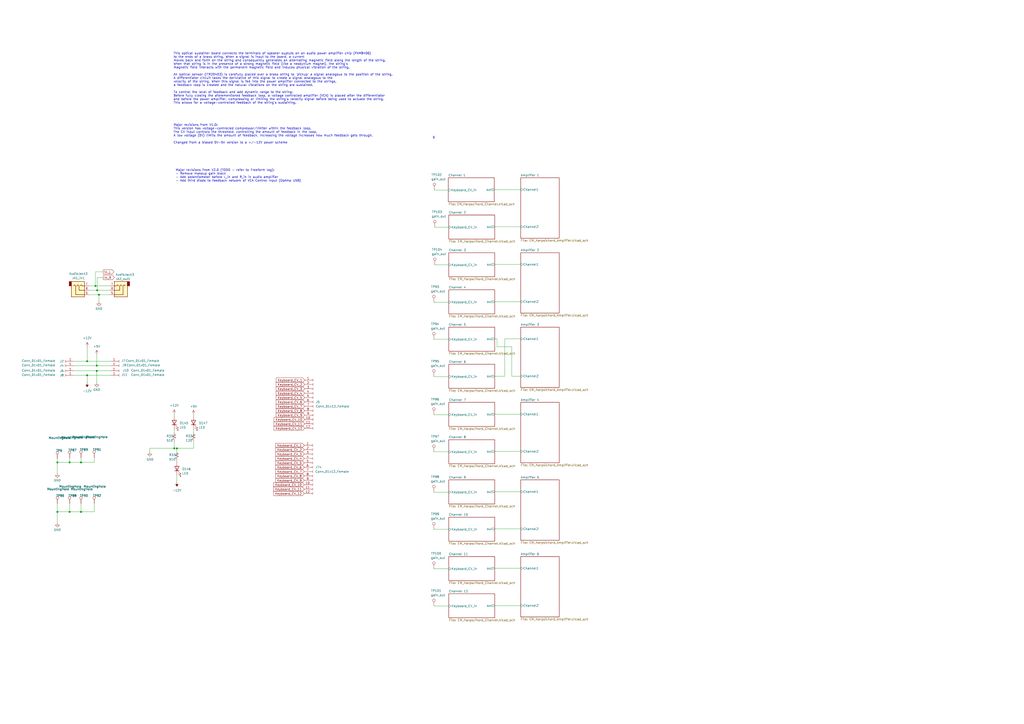
<source format=kicad_sch>
(kicad_sch (version 20250114) (generator "eeschema") (generator_version "9.0")
  (paper "A2")
  (title_block (title "EM Harpsichord Sustainer + Playback Board") (date "Sep 21, 2023") (rev "V1"))
  (lib_symbols
    (symbol "1A_Favorites:R_Standard_Thru" (pin_numbers (hide yes)) (pin_names (offset 0.254) (hide yes))
      (property "Reference" "R" (at 0.762 0.508 0))
      (property "Value" "R_Standard_Thru" (at 0.762 -1.016 0))
      (symbol "R_Standard_Thru_1_1"
        (polyline (pts (xy 0 1.524) (xy 1.016 1.143) (xy 0 0.762) (xy -1.016 0.381) (xy 0 0)))
        (polyline (pts (xy 0 0) (xy 1.016 -0.381) (xy 0 -0.762) (xy -1.016 -1.143) (xy 0 -1.524)))
        (pin passive line (at 0 2.54 270) (length 1.016) (name "~") (number "1"))
        (pin passive line (at 0 -2.54 90) (length 1.016) (name "~") (number "2"))
      )
    )
    (symbol "Connector:AudioJack3"
      (property "Reference" "J" (at 0 8.89 0))
      (property "Value" "AudioJack3" (at 0 6.35 0))
      (symbol "AudioJack3_0_1"
        (rectangle (start -5.08 -5.08) (end -6.35 -2.54) (stroke (width 0.254)) (fill (type outline)))
        (polyline (pts (xy -1.905 -2.54) (xy -1.27 -3.175) (xy -0.635 -2.54) (xy -0.635 0) (xy 2.54 0)) (stroke (width 0.254)))
        (polyline (pts (xy 0 -2.54) (xy 0.635 -3.175) (xy 1.27 -2.54) (xy 2.54 -2.54)) (stroke (width 0.254)))
        (rectangle (start 2.54 3.81) (end -5.08 -5.08) (stroke (width 0.254)) (fill (type background)))
        (polyline (pts (xy 2.54 2.54) (xy -2.54 2.54) (xy -2.54 -2.54) (xy -3.175 -3.175) (xy -3.81 -2.54)) (stroke (width 0.254)))
      )
      (symbol "AudioJack3_1_1"
        (pin passive line (at 5.08 2.54 180) (length 2.54) (name "~") (number "S"))
        (pin passive line (at 5.08 0 180) (length 2.54) (name "~") (number "R"))
        (pin passive line (at 5.08 -2.54 180) (length 2.54) (name "~") (number "T"))
      )
    )
    (symbol "Connector:Conn_01x01_Female" (pin_names (offset 1.016) (hide yes))
      (property "Reference" "J" (at 0 2.54 0))
      (property "Value" "Conn_01x01_Female" (at 0 -2.54 0))
      (symbol "Conn_01x01_Female_1_1"
        (polyline (pts (xy -1.27 0) (xy -0.508 0)) (stroke (width 0.1524)))
        (arc (start 0 -0.508) (mid -0.5058 0) (end 0 0.508) (stroke (width 0.1524)))
        (pin passive line (at -5.08 0 0) (length 3.81) (name "Pin_1") (number "1"))
      )
    )
    (symbol "Connector:Conn_01x12_Female" (pin_names (offset 1.016) (hide yes))
      (property "Reference" "J" (at 0 15.24 0))
      (property "Value" "Conn_01x12_Female" (at 0 -17.78 0))
      (symbol "Conn_01x12_Female_1_1"
        (polyline (pts (xy -1.27 12.7) (xy -0.508 12.7)) (stroke (width 0.1524)))
        (polyline (pts (xy -1.27 10.16) (xy -0.508 10.16)) (stroke (width 0.1524)))
        (polyline (pts (xy -1.27 7.62) (xy -0.508 7.62)) (stroke (width 0.1524)))
        (polyline (pts (xy -1.27 5.08) (xy -0.508 5.08)) (stroke (width 0.1524)))
        (polyline (pts (xy -1.27 2.54) (xy -0.508 2.54)) (stroke (width 0.1524)))
        (polyline (pts (xy -1.27 0) (xy -0.508 0)) (stroke (width 0.1524)))
        (polyline (pts (xy -1.27 -2.54) (xy -0.508 -2.54)) (stroke (width 0.1524)))
        (polyline (pts (xy -1.27 -5.08) (xy -0.508 -5.08)) (stroke (width 0.1524)))
        (polyline (pts (xy -1.27 -7.62) (xy -0.508 -7.62)) (stroke (width 0.1524)))
        (polyline (pts (xy -1.27 -10.16) (xy -0.508 -10.16)) (stroke (width 0.1524)))
        (polyline (pts (xy -1.27 -12.7) (xy -0.508 -12.7)) (stroke (width 0.1524)))
        (polyline (pts (xy -1.27 -15.24) (xy -0.508 -15.24)) (stroke (width 0.1524)))
        (arc (start 0 12.192) (mid -0.5058 12.7) (end 0 13.208) (stroke (width 0.1524)))
        (arc (start 0 9.652) (mid -0.5058 10.16) (end 0 10.668) (stroke (width 0.1524)))
        (arc (start 0 7.112) (mid -0.5058 7.62) (end 0 8.128) (stroke (width 0.1524)))
        (arc (start 0 4.572) (mid -0.5058 5.08) (end 0 5.588) (stroke (width 0.1524)))
        (arc (start 0 2.032) (mid -0.5058 2.54) (end 0 3.048) (stroke (width 0.1524)))
        (arc (start 0 -0.508) (mid -0.5058 0) (end 0 0.508) (stroke (width 0.1524)))
        (arc (start 0 -3.048) (mid -0.5058 -2.54) (end 0 -2.032) (stroke (width 0.1524)))
        (arc (start 0 -5.588) (mid -0.5058 -5.08) (end 0 -4.572) (stroke (width 0.1524)))
        (arc (start 0 -8.128) (mid -0.5058 -7.62) (end 0 -7.112) (stroke (width 0.1524)))
        (arc (start 0 -10.668) (mid -0.5058 -10.16) (end 0 -9.652) (stroke (width 0.1524)))
        (arc (start 0 -13.208) (mid -0.5058 -12.7) (end 0 -12.192) (stroke (width 0.1524)))
        (arc (start 0 -15.748) (mid -0.5058 -15.24) (end 0 -14.732) (stroke (width 0.1524)))
        (pin passive line (at -5.08 12.7 0) (length 3.81) (name "Pin_1") (number "1"))
        (pin passive line (at -5.08 10.16 0) (length 3.81) (name "Pin_2") (number "2"))
        (pin passive line (at -5.08 7.62 0) (length 3.81) (name "Pin_3") (number "3"))
        (pin passive line (at -5.08 5.08 0) (length 3.81) (name "Pin_4") (number "4"))
        (pin passive line (at -5.08 2.54 0) (length 3.81) (name "Pin_5") (number "5"))
        (pin passive line (at -5.08 0 0) (length 3.81) (name "Pin_6") (number "6"))
        (pin passive line (at -5.08 -2.54 0) (length 3.81) (name "Pin_7") (number "7"))
        (pin passive line (at -5.08 -5.08 0) (length 3.81) (name "Pin_8") (number "8"))
        (pin passive line (at -5.08 -7.62 0) (length 3.81) (name "Pin_9") (number "9"))
        (pin passive line (at -5.08 -10.16 0) (length 3.81) (name "Pin_10") (number "10"))
        (pin passive line (at -5.08 -12.7 0) (length 3.81) (name "Pin_11") (number "11"))
        (pin passive line (at -5.08 -15.24 0) (length 3.81) (name "Pin_12") (number "12"))
      )
    )
    (symbol "Connector:TestPoint" (pin_numbers (hide yes)) (pin_names (offset 0.762) (hide yes))
      (property "Reference" "TP" (at 0 6.858 0))
      (property "Value" "TestPoint" (at 0 5.08 0))
      (symbol "TestPoint_0_1"
        (circle (center 0 3.302) (radius 0.762))
      )
      (symbol "TestPoint_1_1"
        (pin passive line (at 0 0 90) (length 2.54) (name "1") (number "1"))
      )
    )
    (symbol "Device:LED" (pin_numbers (hide yes)) (pin_names (offset 1.016) (hide yes))
      (property "Reference" "D" (at 0 2.54 0))
      (property "Value" "LED" (at 0 -2.54 0))
      (symbol "LED_0_1"
        (polyline (pts (xy -3.048 -0.762) (xy -4.572 -2.286) (xy -3.81 -2.286) (xy -4.572 -2.286) (xy -4.572 -1.524)))
        (polyline (pts (xy -1.778 -0.762) (xy -3.302 -2.286) (xy -2.54 -2.286) (xy -3.302 -2.286) (xy -3.302 -1.524)))
        (polyline (pts (xy -1.27 0) (xy 1.27 0)))
        (polyline (pts (xy -1.27 -1.27) (xy -1.27 1.27)) (stroke (width 0.254)))
        (polyline (pts (xy 1.27 -1.27) (xy 1.27 1.27) (xy -1.27 0) (xy 1.27 -1.27)) (stroke (width 0.254)))
      )
      (symbol "LED_1_1"
        (pin passive line (at -3.81 0 0) (length 2.54) (name "K") (number "1"))
        (pin passive line (at 3.81 0 180) (length 2.54) (name "A") (number "2"))
      )
    )
    (symbol "OpenThereminV41-rescue:GND-OpenThereminV4-rescue" (power) (pin_names (offset 0))
      (property "Value" "GND-OpenThereminV4-rescue" (at 0 -3.81 0))
      (symbol "GND-OpenThereminV4-rescue_0_1"
        (polyline (pts (xy 0 0) (xy 0 -1.27) (xy 1.27 -1.27) (xy 0 -2.54) (xy -1.27 -1.27) (xy 0 -1.27)))
      )
      (symbol "GND-OpenThereminV4-rescue_1_1"
        (pin power_in line (at 0 0 270) (length 0) (hide yes) (name "GND") (number "1"))
      )
    )
    (symbol "power:+12V" (power) (pin_names (offset 0))
      (property "Value" "+12V" (at 0 3.556 0))
      (symbol "+12V_0_1"
        (polyline (pts (xy -0.762 1.27) (xy 0 2.54)))
        (polyline (pts (xy 0 2.54) (xy 0.762 1.27)))
        (polyline (pts (xy 0 0) (xy 0 2.54)))
      )
      (symbol "+12V_1_1"
        (pin power_in line (at 0 0 90) (length 0) (hide yes) (name "+12V") (number "1"))
      )
    )
    (symbol "power:+5V" (power) (pin_names (offset 0))
      (property "Value" "+5V" (at 0 3.556 0))
      (symbol "+5V_0_1"
        (polyline (pts (xy -0.762 1.27) (xy 0 2.54)))
        (polyline (pts (xy 0 2.54) (xy 0.762 1.27)))
        (polyline (pts (xy 0 0) (xy 0 2.54)))
      )
      (symbol "+5V_1_1"
        (pin power_in line (at 0 0 90) (length 0) (hide yes) (name "+5V") (number "1"))
      )
    )
    (symbol "power:-12V" (power) (pin_names (offset 0))
      (property "Value" "-12V" (at 0 3.81 0))
      (symbol "-12V_0_0"
        (pin power_in line (at 0 0 90) (length 0) (hide yes) (name "-12V") (number "1"))
      )
      (symbol "-12V_0_1"
        (polyline (pts (xy 0 0) (xy 0 1.27) (xy 0.762 1.27) (xy 0 2.54) (xy -0.762 1.27) (xy 0 1.27)) (fill (type outline)))
      )
    )
    (symbol "power:GND" (power) (pin_names (offset 0))
      (property "Value" "GND" (at 0 -3.81 0))
      (symbol "GND_0_1"
        (polyline (pts (xy 0 0) (xy 0 -1.27) (xy 1.27 -1.27) (xy 0 -2.54) (xy -1.27 -1.27) (xy 0 -1.27)))
      )
      (symbol "GND_1_1"
        (pin power_in line (at 0 0 270) (length 0) (hide yes) (name "GND") (number "1"))
      )
    )
  )
  (text "This optical sustainer board connects the terminals of speaker ouptuts on an audio power amplifier chip (PAM8406)\nto the ends of a brass string. When a signal is input to the board, a current \nmoves back and forth on the string and consequently generates an alternating magnetic field along the length of the string.\nWhen that string is in the presence of a strong magnetic field (like a neodynium magnet), the string's \nmagnetic field interacts with the permanent magnetic field and induces physical vibration of the string.\n\nAn optical sensor (ITR20403) is carefully placed over a brass string to 'pickup' a signal analogous to the position of the string.\nA differentiator circuit takes the deriviative of this signal to create a signal analagous to the\nvelocity of the string. When this signal is fed into the power amplifier connected to the strings,\na feedback loop is created and the natural vibrations on the string are sustained.\n\nTo control the level of feedback and add dynamic range to the string:\nBefore fully closing the aforementioned feedback loop, a voltage controlled amplifier (VCA) is placed after the differentiator \nand before the power amplifier, compressing or limiting the string's velocity signal before being used to actuate the string.\nThis allows for a voltage-controlled feedback of the string's sustaining." (at 100.584 60.452 0) (effects (font (size 1.27 1.27)) (justify left bottom)))
  (text "g\n" (at 250.952 80.264 0) (effects (font (size 1.27 1.27)) (justify left bottom)))
  (text "Major revisions from V2.0 (TODO - refer to Freeform log):\n- Remove makeup gain block\n- Add potentiometer before L_in and R_in in audio amplifier\n- Add third diode to feedback network of VCA Control Input (OpAmp U5B)" (at 101.854 105.664 0) (effects (font (size 1.27 1.27)) (justify left bottom)))
  (text "Major revisions from V1.0:\nThis version has voltage-controlled compressor/limiter within the feedback loop.\nThe CV input controls the threshold, controlling the amount of feedback in the loop.\nA low voltage (0V) limits the amount of feedback. Increasing the voltage increases how much feedback gets through.\n\nChanged from a biased 0V-5V version to a +/-12V power scheme" (at 100.584 83.566 0) (effects (font (size 1.27 1.27)) (justify left bottom)))
  (junction (at 40.386 268.224))
  (junction (at 33.274 268.224))
  (junction (at 33.274 296.926))
  (junction (at 56.388 168.402))
  (junction (at 101.092 260.096))
  (junction (at 46.99 268.224))
  (junction (at 55.372 165.862))
  (junction (at 46.99 296.926))
  (junction (at 56.134 215.138))
  (junction (at 102.616 260.096))
  (junction (at 40.386 296.926))
  (junction (at 57.404 170.942))
  (junction (at 50.546 209.55))
  (junction (at 50.546 217.678))
  (junction (at 56.134 212.09))
  (wire (pts (xy 251.714 218.44) (xy 260.35 218.44)))
  (wire (pts (xy 56.134 215.138) (xy 64.262 215.138)))
  (wire (pts (xy 33.274 296.926) (xy 40.386 296.926)))
  (wire (pts (xy 56.134 212.09) (xy 64.262 212.09)))
  (wire (pts (xy 55.372 165.862) (xy 63.754 165.862)))
  (wire (pts (xy 42.672 209.55) (xy 50.546 209.55)))
  (wire (pts (xy 252.222 153.67) (xy 260.35 153.67)))
  (wire (pts (xy 56.134 212.09) (xy 56.134 205.74)))
  (wire (pts (xy 33.274 268.224) (xy 40.386 268.224)))
  (wire (pts (xy 251.968 110.236) (xy 260.096 110.236)))
  (wire (pts (xy 57.404 170.942) (xy 57.404 175.006)))
  (wire (pts (xy 101.092 256.032) (xy 101.092 260.096)))
  (wire (pts (xy 112.268 240.538) (xy 112.268 241.3)))
  (wire (pts (xy 40.386 296.926) (xy 46.99 296.926)))
  (wire (pts (xy 86.868 262.128) (xy 86.868 260.096)))
  (wire (pts (xy 42.672 215.138) (xy 56.134 215.138)))
  (wire (pts (xy 40.386 265.684) (xy 40.386 268.224)))
  (wire (pts (xy 287.02 240.284) (xy 302.006 240.284)))
  (wire (pts (xy 112.268 248.92) (xy 112.268 250.952)))
  (wire (pts (xy 51.562 168.402) (xy 56.388 168.402)))
  (wire (pts (xy 112.268 260.096) (xy 102.616 260.096)))
  (wire (pts (xy 57.404 170.942) (xy 63.754 170.942)))
  (wire (pts (xy 286.766 109.982) (xy 302.006 109.982)))
  (wire (pts (xy 33.274 292.1) (xy 33.274 296.926)))
  (wire (pts (xy 50.546 217.678) (xy 50.546 221.996)))
  (wire (pts (xy 102.616 260.096) (xy 102.616 261.874)))
  (wire (pts (xy 59.944 161.036) (xy 56.388 161.036)))
  (wire (pts (xy 56.388 161.036) (xy 56.388 168.402)))
  (wire (pts (xy 288.29 201.168) (xy 288.29 196.596)))
  (wire (pts (xy 296.926 218.186) (xy 296.926 201.168)))
  (wire (pts (xy 33.274 303.276) (xy 33.274 296.926)))
  (wire (pts (xy 51.562 170.942) (xy 57.404 170.942)))
  (wire (pts (xy 46.99 268.224) (xy 54.61 268.224)))
  (wire (pts (xy 46.99 296.926) (xy 54.61 296.926)))
  (wire (pts (xy 292.862 218.186) (xy 292.862 196.596)))
  (wire (pts (xy 86.868 260.096) (xy 101.092 260.096)))
  (wire (pts (xy 251.714 175.26) (xy 260.35 175.26)))
  (wire (pts (xy 296.926 201.168) (xy 288.29 201.168)))
  (wire (pts (xy 46.99 292.1) (xy 46.99 296.926)))
  (wire (pts (xy 101.092 240.284) (xy 101.092 241.3)))
  (wire (pts (xy 302.006 218.186) (xy 296.926 218.186)))
  (wire (pts (xy 288.29 196.596) (xy 287.02 196.596)))
  (wire (pts (xy 54.61 268.224) (xy 54.61 265.43)))
  (wire (pts (xy 40.386 292.1) (xy 40.386 296.926)))
  (wire (pts (xy 50.546 217.678) (xy 64.262 217.678)))
  (wire (pts (xy 287.02 306.832) (xy 302.006 306.832)))
  (wire (pts (xy 46.99 268.224) (xy 46.99 265.43)))
  (wire (pts (xy 102.616 275.59) (xy 102.616 279.654)))
  (wire (pts (xy 287.02 153.416) (xy 302.006 153.416)))
  (wire (pts (xy 251.714 307.086) (xy 260.35 307.086)))
  (wire (pts (xy 252.222 131.826) (xy 260.35 131.826)))
  (wire (pts (xy 56.388 168.402) (xy 63.754 168.402)))
  (wire (pts (xy 292.862 196.596) (xy 302.006 196.596)))
  (wire (pts (xy 251.714 196.85) (xy 260.35 196.85)))
  (wire (pts (xy 287.02 218.186) (xy 292.862 218.186)))
  (wire (pts (xy 33.274 274.574) (xy 33.274 268.224)))
  (wire (pts (xy 59.944 157.734) (xy 55.372 157.734)))
  (wire (pts (xy 51.562 165.862) (xy 55.372 165.862)))
  (wire (pts (xy 251.714 262.128) (xy 260.35 262.128)))
  (wire (pts (xy 287.02 351.282) (xy 302.006 351.282)))
  (wire (pts (xy 56.134 215.138) (xy 56.134 221.996)))
  (wire (pts (xy 287.02 261.874) (xy 302.006 261.874)))
  (wire (pts (xy 33.274 268.224) (xy 33.274 265.938)))
  (wire (pts (xy 287.02 131.572) (xy 302.006 131.572)))
  (wire (pts (xy 55.372 157.734) (xy 55.372 165.862)))
  (wire (pts (xy 102.616 260.096) (xy 101.092 260.096)))
  (wire (pts (xy 50.546 209.55) (xy 64.262 209.55)))
  (wire (pts (xy 54.61 292.1) (xy 54.61 296.926)))
  (wire (pts (xy 42.672 217.678) (xy 50.546 217.678)))
  (wire (pts (xy 287.02 285.242) (xy 302.006 285.242)))
  (wire (pts (xy 251.714 240.538) (xy 260.35 240.538)))
  (wire (pts (xy 102.616 266.954) (xy 102.616 267.97)))
  (wire (pts (xy 251.714 351.536) (xy 260.35 351.536)))
  (wire (pts (xy 40.386 268.224) (xy 46.99 268.224)))
  (wire (pts (xy 287.02 329.692) (xy 302.006 329.692)))
  (wire (pts (xy 42.672 212.09) (xy 56.134 212.09)))
  (wire (pts (xy 251.714 285.496) (xy 260.35 285.496)))
  (wire (pts (xy 287.02 175.006) (xy 302.006 175.006)))
  (wire (pts (xy 101.092 248.92) (xy 101.092 250.952)))
  (wire (pts (xy 50.546 209.55) (xy 50.546 201.168)))
  (wire (pts (xy 251.714 329.946) (xy 260.35 329.946)))
  (wire (pts (xy 112.268 256.032) (xy 112.268 260.096)))
  (global_label "Keyboard_CV_3" (shape input) (at 176.53 263.398 180) (property "Intersheetrefs" "${INTERSHEET_REFS}" (effects (hide yes))))
  (global_label "Keyboard_CV_5" (shape input) (at 176.53 268.478 180) (property "Intersheetrefs" "${INTERSHEET_REFS}" (effects (hide yes))))
  (global_label "Keyboard_CV_2" (shape input) (at 176.53 260.858 180) (property "Intersheetrefs" "${INTERSHEET_REFS}" (effects (hide yes))))
  (global_label "Keyboard_CV_2" (shape input) (at 176.784 223.012 180) (property "Intersheetrefs" "${INTERSHEET_REFS}" (effects (hide yes))))
  (global_label "Keyboard_CV_5" (shape input) (at 176.784 230.632 180) (property "Intersheetrefs" "${INTERSHEET_REFS}" (effects (hide yes))))
  (global_label "Keyboard_CV_8" (shape input) (at 176.53 276.098 180) (property "Intersheetrefs" "${INTERSHEET_REFS}" (effects (hide yes))))
  (global_label "Keyboard_CV_12" (shape input) (at 176.784 248.412 180) (property "Intersheetrefs" "${INTERSHEET_REFS}" (effects (hide yes))))
  (global_label "Keyboard_CV_1" (shape input) (at 176.784 220.472 180) (property "Intersheetrefs" "${INTERSHEET_REFS}" (effects (hide yes))))
  (global_label "Keyboard_CV_8" (shape input) (at 176.784 238.252 180) (property "Intersheetrefs" "${INTERSHEET_REFS}" (effects (hide yes))))
  (global_label "Keyboard_CV_10" (shape input) (at 176.784 243.332 180) (property "Intersheetrefs" "${INTERSHEET_REFS}" (effects (hide yes))))
  (global_label "Keyboard_CV_4" (shape input) (at 176.784 228.092 180) (property "Intersheetrefs" "${INTERSHEET_REFS}" (effects (hide yes))))
  (global_label "in_R" (shape output) (at 59.944 161.036 0) (property "Intersheetrefs" "${INTERSHEET_REFS}" (effects (hide yes))))
  (global_label "Keyboard_CV_4" (shape input) (at 176.53 265.938 180) (property "Intersheetrefs" "${INTERSHEET_REFS}" (effects (hide yes))))
  (global_label "Keyboard_CV_11" (shape input) (at 176.784 245.872 180) (property "Intersheetrefs" "${INTERSHEET_REFS}" (effects (hide yes))))
  (global_label "Keyboard_CV_9" (shape input) (at 176.53 278.638 180) (property "Intersheetrefs" "${INTERSHEET_REFS}" (effects (hide yes))))
  (global_label "Keyboard_CV_9" (shape input) (at 176.784 240.792 180) (property "Intersheetrefs" "${INTERSHEET_REFS}" (effects (hide yes))))
  (global_label "in_L" (shape output) (at 59.944 157.734 0) (property "Intersheetrefs" "${INTERSHEET_REFS}" (effects (hide yes))))
  (global_label "Keyboard_CV_7" (shape input) (at 176.53 273.558 180) (property "Intersheetrefs" "${INTERSHEET_REFS}" (effects (hide yes))))
  (global_label "Keyboard_CV_6" (shape input) (at 176.784 233.172 180) (property "Intersheetrefs" "${INTERSHEET_REFS}" (effects (hide yes))))
  (global_label "Keyboard_CV_12" (shape input) (at 176.53 286.258 180) (property "Intersheetrefs" "${INTERSHEET_REFS}" (effects (hide yes))))
  (global_label "Keyboard_CV_10" (shape input) (at 176.53 281.178 180) (property "Intersheetrefs" "${INTERSHEET_REFS}" (effects (hide yes))))
  (global_label "Keyboard_CV_1" (shape input) (at 176.53 258.318 180) (property "Intersheetrefs" "${INTERSHEET_REFS}" (effects (hide yes))))
  (global_label "Keyboard_CV_11" (shape input) (at 176.53 283.718 180) (property "Intersheetrefs" "${INTERSHEET_REFS}" (effects (hide yes))))
  (global_label "Keyboard_CV_6" (shape input) (at 176.53 271.018 180) (property "Intersheetrefs" "${INTERSHEET_REFS}" (effects (hide yes))))
  (global_label "Keyboard_CV_7" (shape input) (at 176.784 235.712 180) (property "Intersheetrefs" "${INTERSHEET_REFS}" (effects (hide yes))))
  (global_label "Keyboard_CV_3" (shape input) (at 176.784 225.552 180) (property "Intersheetrefs" "${INTERSHEET_REFS}" (effects (hide yes))))
  (symbol (lib_id "Connector:TestPoint") (at 46.99 265.43 0) (unit 1)
    (property "Reference" "TP89" (at 46.228 260.8579 0) (effects (justify left)))
    (property "Value" "MountingHole" (at 41.91 253.492 0) (effects (justify left)))
    (property "Footprint" "MountingHole:MountingHole_4.3mm_M4_DIN965_Pad" (effects (hide yes)))
  )
  (symbol (lib_id "Connector:TestPoint") (at 251.714 262.128 0) (unit 1)
    (property "Reference" "TP97" (at 249.936 253.238 0) (effects (justify left)))
    (property "Value" "gain_out" (at 249.936 255.778 0) (effects (justify left)))
    (property "Footprint" "TestPoint:TestPoint_THTPad_D2.0mm_Drill1.0mm" (effects (hide yes)))
  )
  (symbol (lib_id "Connector:AudioJack3") (at 46.482 168.402 0) (mirror x) (unit 1)
    (property "Reference" "JA1_in1" (at 45.466 161.29 0))
    (property "Value" "AudioJack3" (at 45.466 158.75 0))
    (property "Footprint" "AudioJacks:Jack_3.5mm_QingPu_WQP-PJ366ST_Vertical" (effects (hide yes)))
  )
  (symbol (lib_id "power:+12V") (at 101.092 240.284 0) (unit 1)
    (property "Reference" "#PWR0501" (effects (hide yes)))
    (property "Value" "+12V" (at 101.092 235.204 0))
  )
  (symbol (lib_id "power:-12V") (at 50.546 221.996 180) (unit 1)
    (property "Reference" "#PWR0106" (effects (hide yes)))
    (property "Value" "-12V" (at 50.546 226.822 0))
  )
  (symbol (lib_id "OpenThereminV41-rescue:GND-OpenThereminV4-rescue") (at 86.868 262.128 0) (unit 1)
    (property "Reference" "#PWR0498" (effects (hide yes)))
    (property "Value" "GND" (at 87.0712 266.5222 0))
  )
  (symbol (lib_id "Connector:TestPoint") (at 40.386 265.684 0) (unit 1)
    (property "Reference" "TP87" (at 39.624 261.1119 0) (effects (justify left)))
    (property "Value" "MountingHole" (at 35.306 253.746 0) (effects (justify left)))
    (property "Footprint" "MountingHole:MountingHole_4.3mm_M4_DIN965_Pad" (effects (hide yes)))
  )
  (symbol (lib_id "power:-12V") (at 102.616 279.654 180) (unit 1)
    (property "Reference" "#PWR0499" (effects (hide yes)))
    (property "Value" "-12V" (at 102.616 284.48 0))
  )
  (symbol (lib_id "power:+5V") (at 112.268 240.538 0) (unit 1)
    (property "Reference" "#PWR0500" (effects (hide yes)))
    (property "Value" "+5V" (at 112.268 235.712 0))
  )
  (symbol (lib_id "power:GND") (at 33.274 303.276 0) (unit 1)
    (property "Reference" "#PWR0497" (effects (hide yes)))
    (property "Value" "GND" (at 31.242 307.34 0) (effects (justify left)))
  )
  (symbol (lib_id "Connector:Conn_01x01_Female") (at 69.342 209.55 0) (unit 1)
    (property "Reference" "J7" (at 70.358 209.2959 0) (effects (justify left)))
    (property "Value" "Conn_01x01_Female" (at 72.898 209.296 0) (effects (justify left)))
    (property "Footprint" "TerminalBlock:TerminalBlock_Keystone_7797" (effects (hide yes)))
  )
  (symbol (lib_id "Connector:TestPoint") (at 251.714 240.538 0) (unit 1)
    (property "Reference" "TP96" (at 249.936 231.648 0) (effects (justify left)))
    (property "Value" "gain_out" (at 249.936 234.188 0) (effects (justify left)))
    (property "Footprint" "TestPoint:TestPoint_THTPad_D2.0mm_Drill1.0mm" (effects (hide yes)))
  )
  (symbol (lib_id "1A_Favorites:R_Standard_Thru") (at 102.616 264.414 180) (unit 1)
    (property "Reference" "R332" (at 98.044 263.906 0) (effects (justify right)))
    (property "Value" "510" (at 98.044 266.446 0) (effects (justify right)))
    (property "Footprint" "Resistor_SMD:R_0603_1608Metric" (effects (hide yes)))
  )
  (symbol (lib_id "Connector:TestPoint") (at 251.714 351.536 0) (unit 1)
    (property "Reference" "TP101" (at 249.936 342.646 0) (effects (justify left)))
    (property "Value" "gain_out" (at 249.936 345.186 0) (effects (justify left)))
    (property "Footprint" "TestPoint:TestPoint_THTPad_D2.0mm_Drill1.0mm" (effects (hide yes)))
  )
  (symbol (lib_id "Device:LED") (at 112.268 245.11 90) (unit 1)
    (property "Reference" "D147" (at 115.316 245.4274 90) (effects (justify right)))
    (property "Value" "LED" (at 115.316 247.9674 90) (effects (justify right)))
    (property "Footprint" "LED_SMD:LED_0603_1608Metric" (effects (hide yes)))
    (property "LCSC" "C601667" (effects (hide yes)))
  )
  (symbol (lib_id "power:GND") (at 56.134 221.996 0) (unit 1)
    (property "Reference" "#PWR0105" (effects (hide yes)))
    (property "Value" "GND" (at 56.134 226.06 0))
  )
  (symbol (lib_id "Connector:Conn_01x01_Female") (at 37.592 217.678 180) (unit 1)
    (property "Reference" "J8" (at 35.814 217.678 0))
    (property "Value" "Conn_01x01_Female" (at 22.352 217.424 0))
    (property "Footprint" "TerminalBlock:TerminalBlock_Keystone_7797" (effects (hide yes)))
  )
  (symbol (lib_id "Connector:TestPoint") (at 54.61 292.1 0) (unit 1)
    (property "Reference" "TP92" (at 53.848 287.5279 0) (effects (justify left)))
    (property "Value" "MountingHole" (at 48.514 282.194 0) (effects (justify left)))
    (property "Footprint" "MountingHole:MountingHole_4.3mm_M4" (effects (hide yes)))
  )
  (symbol (lib_id "power:+5V") (at 56.134 205.74 0) (unit 1)
    (property "Reference" "#PWR0141" (effects (hide yes)))
    (property "Value" "+5V" (at 56.134 200.914 0))
  )
  (symbol (lib_id "Connector:TestPoint") (at 33.274 292.1 0) (unit 1)
    (property "Reference" "TP86" (at 32.512 287.5279 0) (effects (justify left)))
    (property "Value" "MountingHole" (at 27.178 283.718 0) (effects (justify left)))
    (property "Footprint" "MountingHole:MountingHole_4.3mm_M4" (effects (hide yes)))
  )
  (symbol (lib_id "Connector:Conn_01x12_Female") (at 181.61 271.018 0) (unit 1)
    (property "Reference" "J74" (at 182.88 271.0179 0) (effects (justify left)))
    (property "Value" "Conn_01x12_Female" (at 182.88 273.5579 0) (effects (justify left)))
    (property "Footprint" "Connector_PinHeader_2.54mm:PinHeader_1x12_P2.54mm_Vertical" (effects (hide yes)))
  )
  (symbol (lib_id "Connector:TestPoint") (at 251.714 329.946 0) (unit 1)
    (property "Reference" "TP100" (at 249.936 321.056 0) (effects (justify left)))
    (property "Value" "gain_out" (at 249.936 323.596 0) (effects (justify left)))
    (property "Footprint" "TestPoint:TestPoint_THTPad_D2.0mm_Drill1.0mm" (effects (hide yes)))
  )
  (symbol (lib_id "Connector:TestPoint") (at 251.714 175.26 0) (unit 1)
    (property "Reference" "TP93" (at 249.936 166.37 0) (effects (justify left)))
    (property "Value" "gain_out" (at 249.936 168.91 0) (effects (justify left)))
    (property "Footprint" "TestPoint:TestPoint_THTPad_D2.0mm_Drill1.0mm" (effects (hide yes)))
  )
  (symbol (lib_id "Connector:TestPoint") (at 251.714 307.086 0) (unit 1)
    (property "Reference" "TP99" (at 249.936 298.196 0) (effects (justify left)))
    (property "Value" "gain_out" (at 249.936 300.736 0) (effects (justify left)))
    (property "Footprint" "TestPoint:TestPoint_THTPad_D2.0mm_Drill1.0mm" (effects (hide yes)))
  )
  (symbol (lib_id "Device:LED") (at 101.092 245.11 90) (unit 1)
    (property "Reference" "D145" (at 104.14 245.4274 90) (effects (justify right)))
    (property "Value" "LED" (at 104.14 247.9674 90) (effects (justify right)))
    (property "Footprint" "LED_SMD:LED_0603_1608Metric" (effects (hide yes)))
    (property "LCSC" "C601667" (effects (hide yes)))
  )
  (symbol (lib_id "power:+12V") (at 50.546 201.168 0) (unit 1)
    (property "Reference" "#PWR0107" (effects (hide yes)))
    (property "Value" "+12V" (at 50.546 196.088 0))
  )
  (symbol (lib_id "1A_Favorites:R_Standard_Thru") (at 112.268 253.492 180) (unit 1)
    (property "Reference" "R333" (at 107.696 252.984 0) (effects (justify right)))
    (property "Value" "120" (at 107.696 255.524 0) (effects (justify right)))
    (property "Footprint" "Resistor_SMD:R_0603_1608Metric" (effects (hide yes)))
  )
  (symbol (lib_id "1A_Favorites:R_Standard_Thru") (at 101.092 253.492 180) (unit 1)
    (property "Reference" "R331" (at 96.52 252.984 0) (effects (justify right)))
    (property "Value" "510" (at 96.52 255.524 0) (effects (justify right)))
    (property "Footprint" "Resistor_SMD:R_0603_1608Metric" (effects (hide yes)))
  )
  (symbol (lib_id "Connector:TestPoint") (at 54.61 265.43 0) (unit 1)
    (property "Reference" "TP91" (at 53.848 260.8579 0) (effects (justify left)))
    (property "Value" "MountingHole" (at 49.53 253.492 0) (effects (justify left)))
    (property "Footprint" "MountingHole:MountingHole_4.3mm_M4_DIN965_Pad" (effects (hide yes)))
  )
  (symbol (lib_id "Connector:TestPoint") (at 40.386 292.1 0) (unit 1)
    (property "Reference" "TP88" (at 39.624 287.5279 0) (effects (justify left)))
    (property "Value" "MountingHole" (at 34.29 282.194 0) (effects (justify left)))
    (property "Footprint" "MountingHole:MountingHole_4.3mm_M4" (effects (hide yes)))
  )
  (symbol (lib_id "Connector:TestPoint") (at 46.99 292.1 0) (unit 1)
    (property "Reference" "TP90" (at 46.228 287.5279 0) (effects (justify left)))
    (property "Value" "MountingHole" (at 40.894 283.718 0) (effects (justify left)))
    (property "Footprint" "MountingHole:MountingHole_4.3mm_M4" (effects (hide yes)))
  )
  (symbol (lib_id "Device:LED") (at 102.616 271.78 90) (unit 1)
    (property "Reference" "D146" (at 105.664 272.0974 90) (effects (justify right)))
    (property "Value" "LED" (at 105.664 274.6374 90) (effects (justify right)))
    (property "Footprint" "LED_SMD:LED_0603_1608Metric" (effects (hide yes)))
    (property "LCSC" "C601667" (effects (hide yes)))
  )
  (symbol (lib_id "Connector:Conn_01x01_Female") (at 37.592 212.09 180) (unit 1)
    (property "Reference" "J4" (at 35.814 212.09 0))
    (property "Value" "Conn_01x01_Female" (at 22.352 211.836 0))
    (property "Footprint" "TerminalBlock:TerminalBlock_Keystone_7797" (effects (hide yes)))
  )
  (symbol (lib_id "Connector:AudioJack3") (at 68.834 168.402 180) (unit 1)
    (property "Reference" "JA2_out1" (at 67.056 161.798 0) (effects (justify right)))
    (property "Value" "AudioJack3" (at 67.056 159.258 0) (effects (justify right)))
    (property "Footprint" "AudioJacks:Jack_3.5mm_QingPu_WQP-PJ366ST_Vertical" (effects (hide yes)))
  )
  (symbol (lib_id "Connector:Conn_01x01_Female") (at 37.592 215.138 180) (unit 1)
    (property "Reference" "J6" (at 35.814 215.138 0))
    (property "Value" "Conn_01x01_Female" (at 22.352 214.884 0))
    (property "Footprint" "TerminalBlock:TerminalBlock_Keystone_7797" (effects (hide yes)))
  )
  (symbol (lib_id "power:GND") (at 57.404 175.006 0) (unit 1)
    (property "Reference" "#PWR0104" (effects (hide yes)))
    (property "Value" "GND" (at 57.404 179.07 0))
  )
  (symbol (lib_id "Connector:TestPoint") (at 251.714 285.496 0) (unit 1)
    (property "Reference" "TP98" (at 249.936 276.606 0) (effects (justify left)))
    (property "Value" "gain_out" (at 249.936 279.146 0) (effects (justify left)))
    (property "Footprint" "TestPoint:TestPoint_THTPad_D2.0mm_Drill1.0mm" (effects (hide yes)))
  )
  (symbol (lib_id "Connector:TestPoint") (at 33.274 265.938 0) (unit 1)
    (property "Reference" "TP6" (at 32.512 261.3659 0) (effects (justify left)))
    (property "Value" "MountingHole" (at 28.194 254 0) (effects (justify left)))
    (property "Footprint" "MountingHole:MountingHole_4.3mm_M4_DIN965_Pad" (effects (hide yes)))
  )
  (symbol (lib_id "Connector:Conn_01x01_Female") (at 37.592 209.55 180) (unit 1)
    (property "Reference" "J2" (at 35.814 209.55 0))
    (property "Value" "Conn_01x01_Female" (at 22.352 209.296 0))
    (property "Footprint" "TerminalBlock:TerminalBlock_Keystone_7797" (effects (hide yes)))
  )
  (symbol (lib_id "Connector:TestPoint") (at 251.968 110.236 0) (unit 1)
    (property "Reference" "TP102" (at 250.19 101.346 0) (effects (justify left)))
    (property "Value" "gain_out" (at 250.19 103.886 0) (effects (justify left)))
    (property "Footprint" "TestPoint:TestPoint_THTPad_D2.0mm_Drill1.0mm" (effects (hide yes)))
  )
  (symbol (lib_id "Connector:TestPoint") (at 252.222 153.67 0) (unit 1)
    (property "Reference" "TP104" (at 250.444 144.78 0) (effects (justify left)))
    (property "Value" "gain_out" (at 250.444 147.32 0) (effects (justify left)))
    (property "Footprint" "TestPoint:TestPoint_THTPad_D2.0mm_Drill1.0mm" (effects (hide yes)))
  )
  (symbol (lib_id "Connector:TestPoint") (at 251.714 218.44 0) (unit 1)
    (property "Reference" "TP95" (at 249.936 209.55 0) (effects (justify left)))
    (property "Value" "gain_out" (at 249.936 212.09 0) (effects (justify left)))
    (property "Footprint" "TestPoint:TestPoint_THTPad_D2.0mm_Drill1.0mm" (effects (hide yes)))
  )
  (symbol (lib_id "Connector:Conn_01x01_Female") (at 69.342 215.138 0) (unit 1)
    (property "Reference" "J10" (at 71.12 214.8839 0) (effects (justify left)))
    (property "Value" "Conn_01x01_Female" (at 75.946 214.884 0) (effects (justify left)))
    (property "Footprint" "TerminalBlock:TerminalBlock_Keystone_7797" (effects (hide yes)))
  )
  (symbol (lib_id "Connector:Conn_01x01_Female") (at 69.342 217.678 0) (unit 1)
    (property "Reference" "J11" (at 70.358 217.4239 0) (effects (justify left)))
    (property "Value" "Conn_01x01_Female" (at 75.946 217.424 0) (effects (justify left)))
    (property "Footprint" "TerminalBlock:TerminalBlock_Keystone_7797" (effects (hide yes)))
  )
  (symbol (lib_id "power:GND") (at 33.274 274.574 0) (unit 1)
    (property "Reference" "#PWR0118" (effects (hide yes)))
    (property "Value" "GND" (at 31.242 278.638 0) (effects (justify left)))
  )
  (symbol (lib_id "Connector:Conn_01x12_Female") (at 181.864 233.172 0) (unit 1)
    (property "Reference" "J5" (at 183.134 233.1719 0) (effects (justify left)))
    (property "Value" "Conn_01x12_Female" (at 183.134 235.7119 0) (effects (justify left)))
    (property "Footprint" "Connector_PinHeader_2.54mm:PinHeader_1x12_P2.54mm_Vertical" (effects (hide yes)))
  )
  (symbol (lib_id "Connector:TestPoint") (at 252.222 131.826 0) (unit 1)
    (property "Reference" "TP103" (at 250.444 122.936 0) (effects (justify left)))
    (property "Value" "gain_out" (at 250.444 125.476 0) (effects (justify left)))
    (property "Footprint" "TestPoint:TestPoint_THTPad_D2.0mm_Drill1.0mm" (effects (hide yes)))
  )
  (symbol (lib_id "Connector:Conn_01x01_Female") (at 69.342 212.09 0) (unit 1)
    (property "Reference" "J9" (at 70.866 211.8359 0) (effects (justify left)))
    (property "Value" "Conn_01x01_Female" (at 73.406 211.836 0) (effects (justify left)))
    (property "Footprint" "TerminalBlock:TerminalBlock_Keystone_7797" (effects (hide yes)))
  )
  (symbol (lib_id "Connector:TestPoint") (at 251.714 196.85 0) (unit 1)
    (property "Reference" "TP94" (at 249.936 187.96 0) (effects (justify left)))
    (property "Value" "gain_out" (at 249.936 190.5 0) (effects (justify left)))
    (property "Footprint" "TestPoint:TestPoint_THTPad_D2.0mm_Drill1.0mm" (effects (hide yes)))
  )
  (sheet (at 260.35 278.384) (size 26.67 13.97) (stroke (width 0.1524))
    (property "Sheetname" "Channel 9" (at 260.35 277.6724 0) (effects (justify left bottom)))
    (property "Sheetfile" "EM_Harpscihord_Channel.kicad_sch" (at 260.35 292.9386 0) (effects (justify left top)))
    (pin "Keyboard_CV_in" input (at 260.35 285.496 180))
    (pin "out" output (at 287.02 285.242 0))
  )
  (sheet (at 260.35 189.738) (size 26.67 13.97) (stroke (width 0.1524))
    (property "Sheetname" "Channel 5" (at 260.35 189.0264 0) (effects (justify left bottom)))
    (property "Sheetfile" "EM_Harpscihord_Channel.kicad_sch" (at 260.35 204.2926 0) (effects (justify left top)))
    (pin "Keyboard_CV_in" input (at 260.35 196.85 180))
    (pin "out" output (at 287.02 196.596 0))
  )
  (sheet (at 260.35 124.714) (size 26.67 13.97) (stroke (width 0.1524))
    (property "Sheetname" "Channel 2" (at 260.35 124.0024 0) (effects (justify left bottom)))
    (property "Sheetfile" "EM_Harpscihord_Channel.kicad_sch" (at 260.35 139.2686 0) (effects (justify left top)))
    (pin "Keyboard_CV_in" input (at 260.35 131.826 180))
    (pin "out" output (at 287.02 131.572 0))
  )
  (sheet (at 302.006 233.426) (size 22.352 35.052) (stroke (width 0.1524))
    (property "Sheetname" "Amplifier 4" (at 302.006 232.7144 0) (effects (justify left bottom)))
    (property "Sheetfile" "EM_Harpsichord_Amplifier.kicad_sch" (at 302.006 269.0626 0) (effects (justify left top)))
    (pin "Channel2" input (at 302.006 261.874 180))
    (pin "Channel1" input (at 302.006 240.284 180))
  )
  (sheet (at 260.35 344.424) (size 26.67 13.97) (stroke (width 0.1524))
    (property "Sheetname" "Channel 12" (at 260.35 343.7124 0) (effects (justify left bottom)))
    (property "Sheetfile" "EM_Harpscihord_Channel.kicad_sch" (at 260.35 358.9786 0) (effects (justify left top)))
    (pin "Keyboard_CV_in" input (at 260.35 351.536 180))
    (pin "out" output (at 287.02 351.282 0))
  )
  (sheet (at 302.006 146.558) (size 22.352 35.052) (stroke (width 0.1524))
    (property "Sheetname" "Amplifier 2" (at 302.006 145.8464 0) (effects (justify left bottom)))
    (property "Sheetfile" "EM_Harpsichord_Amplifier.kicad_sch" (at 302.006 182.1946 0) (effects (justify left top)))
    (pin "Channel2" input (at 302.006 175.006 180))
    (pin "Channel1" input (at 302.006 153.416 180))
  )
  (sheet (at 260.35 211.328) (size 26.67 13.97) (stroke (width 0.1524))
    (property "Sheetname" "Channel 6" (at 260.35 210.6164 0) (effects (justify left bottom)))
    (property "Sheetfile" "EM_Harpscihord_Channel.kicad_sch" (at 260.35 225.8826 0) (effects (justify left top)))
    (pin "Keyboard_CV_in" input (at 260.35 218.44 180))
    (pin "out" output (at 287.02 218.186 0))
  )
  (sheet (at 260.35 233.426) (size 26.67 13.97) (stroke (width 0.1524))
    (property "Sheetname" "Channel 7" (at 260.35 232.7144 0) (effects (justify left bottom)))
    (property "Sheetfile" "EM_Harpscihord_Channel.kicad_sch" (at 260.35 247.9806 0) (effects (justify left top)))
    (pin "Keyboard_CV_in" input (at 260.35 240.538 180))
    (pin "out" output (at 287.02 240.284 0))
  )
  (sheet (at 302.006 189.738) (size 22.352 35.052) (stroke (width 0.1524))
    (property "Sheetname" "Amplifier 3" (at 302.006 189.0264 0) (effects (justify left bottom)))
    (property "Sheetfile" "EM_Harpsichord_Amplifier.kicad_sch" (at 302.006 225.3746 0) (effects (justify left top)))
    (pin "Channel2" input (at 302.006 218.186 180))
    (pin "Channel1" input (at 302.006 196.596 180))
  )
  (sheet (at 302.006 278.384) (size 22.352 35.052) (stroke (width 0.1524))
    (property "Sheetname" "Amplifier 5" (at 302.006 277.6724 0) (effects (justify left bottom)))
    (property "Sheetfile" "EM_Harpsichord_Amplifier.kicad_sch" (at 302.006 314.0206 0) (effects (justify left top)))
    (pin "Channel2" input (at 302.006 306.832 180))
    (pin "Channel1" input (at 302.006 285.242 180))
  )
  (sheet (at 260.35 322.834) (size 26.67 13.97) (stroke (width 0.1524))
    (property "Sheetname" "Channel 11" (at 260.35 322.1224 0) (effects (justify left bottom)))
    (property "Sheetfile" "EM_Harpscihord_Channel.kicad_sch" (at 260.35 337.3886 0) (effects (justify left top)))
    (pin "Keyboard_CV_in" input (at 260.35 329.946 180))
    (pin "out" output (at 287.02 329.692 0))
  )
  (sheet (at 260.35 255.016) (size 26.67 13.97) (stroke (width 0.1524))
    (property "Sheetname" "Channel 8" (at 260.35 254.3044 0) (effects (justify left bottom)))
    (property "Sheetfile" "EM_Harpscihord_Channel.kicad_sch" (at 260.35 269.5706 0) (effects (justify left top)))
    (pin "Keyboard_CV_in" input (at 260.35 262.128 180))
    (pin "out" output (at 287.02 261.874 0))
  )
  (sheet (at 260.096 103.124) (size 26.67 13.97) (stroke (width 0.1524))
    (property "Sheetname" "Channel 1" (at 260.096 102.4124 0) (effects (justify left bottom)))
    (property "Sheetfile" "EM_Harpscihord_Channel.kicad_sch" (at 260.096 117.6786 0) (effects (justify left top)))
    (pin "Keyboard_CV_in" input (at 260.096 110.236 180))
    (pin "out" output (at 286.766 109.982 0))
  )
  (sheet (at 302.006 103.124) (size 22.352 35.052) (stroke (width 0.1524))
    (property "Sheetname" "Amplifier 1" (at 302.006 102.4124 0) (effects (justify left bottom)))
    (property "Sheetfile" "EM_Harpsichord_Amplifier.kicad_sch" (at 302.006 138.7606 0) (effects (justify left top)))
    (pin "Channel2" input (at 302.006 131.572 180))
    (pin "Channel1" input (at 302.006 109.982 180))
  )
  (sheet (at 260.35 299.974) (size 26.67 13.97) (stroke (width 0.1524))
    (property "Sheetname" "Channel 10" (at 260.35 299.2624 0) (effects (justify left bottom)))
    (property "Sheetfile" "EM_Harpscihord_Channel.kicad_sch" (at 260.35 314.5286 0) (effects (justify left top)))
    (pin "Keyboard_CV_in" input (at 260.35 307.086 180))
    (pin "out" output (at 287.02 306.832 0))
  )
  (sheet (at 260.35 146.558) (size 26.67 13.97) (stroke (width 0.1524))
    (property "Sheetname" "Channel 3" (at 260.35 145.8464 0) (effects (justify left bottom)))
    (property "Sheetfile" "EM_Harpscihord_Channel.kicad_sch" (at 260.35 161.1126 0) (effects (justify left top)))
    (pin "Keyboard_CV_in" input (at 260.35 153.67 180))
    (pin "out" output (at 287.02 153.416 0))
  )
  (sheet (at 260.35 168.148) (size 26.67 13.97) (stroke (width 0.1524))
    (property "Sheetname" "Channel 4" (at 260.35 167.4364 0) (effects (justify left bottom)))
    (property "Sheetfile" "EM_Harpscihord_Channel.kicad_sch" (at 260.35 182.7026 0) (effects (justify left top)))
    (pin "Keyboard_CV_in" input (at 260.35 175.26 180))
    (pin "out" output (at 287.02 175.006 0))
  )
  (sheet (at 302.006 322.834) (size 22.352 35.052) (stroke (width 0.1524))
    (property "Sheetname" "Amplifier 6" (at 302.006 322.1224 0) (effects (justify left bottom)))
    (property "Sheetfile" "EM_Harpsichord_Amplifier.kicad_sch" (at 302.006 358.4706 0) (effects (justify left top)))
    (pin "Channel2" input (at 302.006 351.282 180))
    (pin "Channel1" input (at 302.006 329.692 180))
  )
)
</source>
